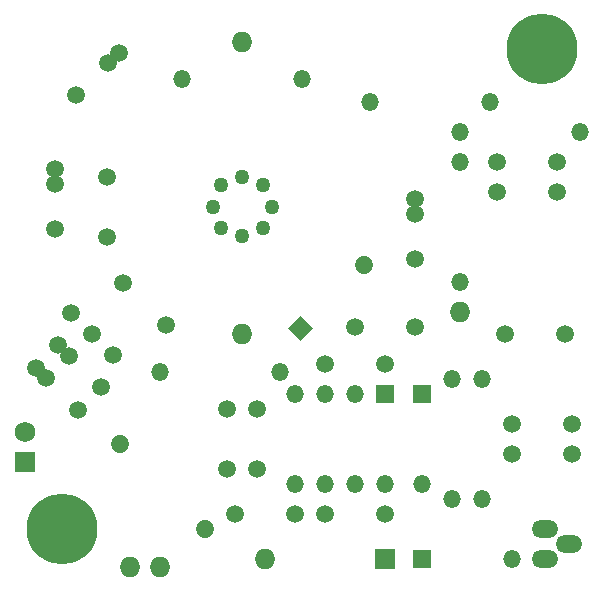
<source format=gbs>
G04 (created by PCBNEW (22-Jun-2014 BZR 4027)-stable) date Sun 04 Feb 2018 03:40:53 PM CST*
%MOIN*%
G04 Gerber Fmt 3.4, Leading zero omitted, Abs format*
%FSLAX34Y34*%
G01*
G70*
G90*
G04 APERTURE LIST*
%ADD10C,0.00590551*%
%ADD11O,0.0885X0.059*%
%ADD12O,0.059X0.059*%
%ADD13C,0.059*%
%ADD14C,0.05*%
%ADD15R,0.059X0.059*%
%ADD16O,0.069X0.069*%
%ADD17C,0.23622*%
%ADD18C,0.059*%
%ADD19R,0.069X0.069*%
%ADD20C,0.069*%
G04 APERTURE END LIST*
G54D10*
G54D11*
X95852Y-43250D03*
X96647Y-43750D03*
X95852Y-44250D03*
G54D12*
X92750Y-38250D03*
X92750Y-42250D03*
X93750Y-42250D03*
X93750Y-38250D03*
X83000Y-38000D03*
X87000Y-38000D03*
X83750Y-28250D03*
X87750Y-28250D03*
G54D13*
X84500Y-43250D02*
X84500Y-43250D01*
X81671Y-40421D02*
X81671Y-40421D01*
G54D14*
X85042Y-31792D03*
X86457Y-31792D03*
X86739Y-32500D03*
X85750Y-31510D03*
X86457Y-33207D03*
X85750Y-33489D03*
X85042Y-33207D03*
X84760Y-32500D03*
G54D15*
X90500Y-38750D03*
G54D12*
X89500Y-38750D03*
X88500Y-38750D03*
X87500Y-38750D03*
X87500Y-41750D03*
X88500Y-41750D03*
X90500Y-41750D03*
X89500Y-41750D03*
G54D16*
X83000Y-44500D03*
X82000Y-44500D03*
G54D17*
X95750Y-27250D03*
G54D18*
X94750Y-40750D03*
X96750Y-40750D03*
X91500Y-36500D03*
X89500Y-36500D03*
X85250Y-41250D03*
X85250Y-39250D03*
X86250Y-41250D03*
X86250Y-39250D03*
X88500Y-42750D03*
X90500Y-42750D03*
X81792Y-35042D03*
X83207Y-36457D03*
X81250Y-31500D03*
X81250Y-33500D03*
X96750Y-39750D03*
X94750Y-39750D03*
X90500Y-37750D03*
X88500Y-37750D03*
X87500Y-42750D03*
X85500Y-42750D03*
G54D16*
X85750Y-36750D03*
G54D19*
X90500Y-44250D03*
G54D16*
X86500Y-44250D03*
G54D15*
X91750Y-38750D03*
G54D12*
X91750Y-41750D03*
G54D10*
G36*
X87689Y-36143D02*
X88106Y-36560D01*
X87689Y-36977D01*
X87272Y-36560D01*
X87689Y-36143D01*
X87689Y-36143D01*
G37*
G54D13*
X89810Y-34439D02*
X89810Y-34439D01*
G54D15*
X91750Y-44250D03*
G54D12*
X94750Y-44250D03*
G54D18*
X81633Y-27366D03*
X80219Y-28780D03*
X81280Y-27719D03*
X79500Y-31250D03*
X79500Y-33250D03*
X79500Y-31750D03*
X91500Y-32250D03*
X91500Y-34250D03*
X91500Y-32750D03*
G54D19*
X78500Y-41000D03*
G54D20*
X78500Y-40000D03*
G54D17*
X79750Y-43250D03*
G54D16*
X85750Y-27000D03*
G54D12*
X90000Y-29000D03*
X94000Y-29000D03*
X97000Y-30000D03*
X93000Y-30000D03*
X93000Y-31000D03*
X93000Y-35000D03*
G54D18*
X94250Y-31000D03*
X96250Y-31000D03*
X96250Y-32000D03*
X94250Y-32000D03*
X96500Y-36750D03*
X94500Y-36750D03*
G54D16*
X93000Y-36000D03*
G54D18*
X79616Y-37116D03*
X81030Y-38530D03*
X79969Y-37469D03*
X78866Y-37866D03*
X80280Y-39280D03*
X79219Y-38219D03*
X80042Y-36042D03*
X81457Y-37457D03*
X80750Y-36750D03*
M02*

</source>
